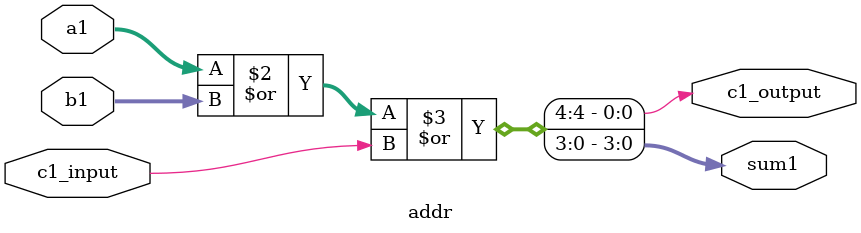
<source format=v>
module addr(input [2:0]a1,
            input [2:0]b1,
            input c1_input,
            output reg c1_output,
            output reg [3:0]sum1);
  always@(a1 or b1 or c1_input) begin
    {c1_output, sum1}=a1|b1|c1_input;
  end
endmodule

</source>
